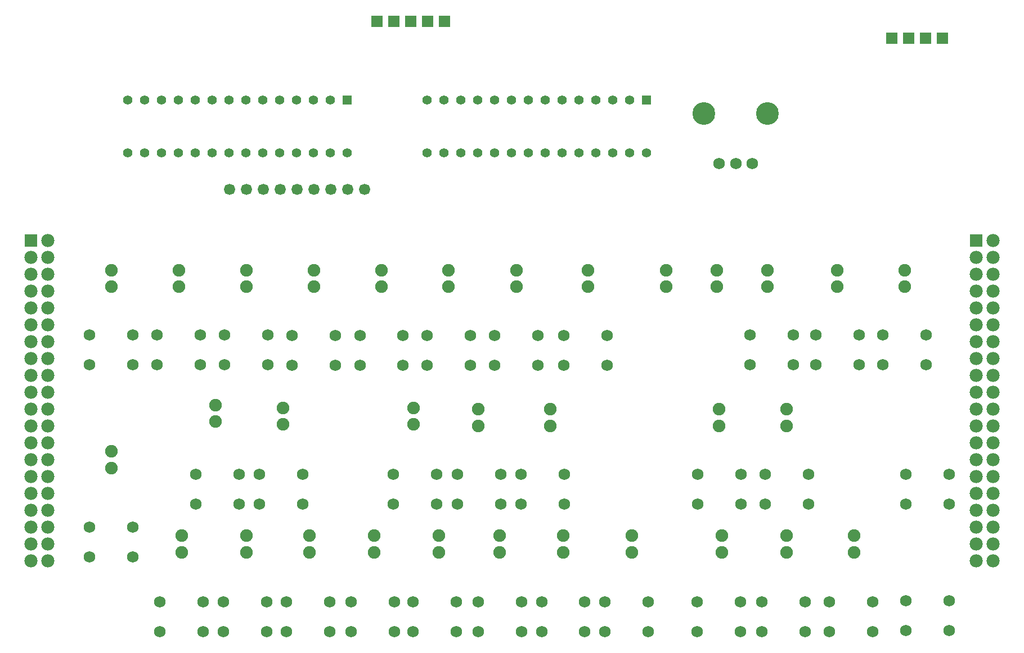
<source format=gbr>
G04 DesignSpark PCB Gerber Version 9.0 Build 5138 *
%FSLAX35Y35*%
%MOIN*%
%ADD25R,0.05563X0.05563*%
%ADD77R,0.07000X0.07000*%
%ADD78R,0.07791X0.07791*%
%ADD26C,0.05563*%
%ADD29C,0.06634*%
%ADD27C,0.06906*%
%ADD28C,0.07496*%
%ADD79C,0.07791*%
%ADD74C,0.13457*%
X0Y0D02*
D02*
D25*
X197881Y333726D03*
X375163D03*
D02*
D26*
X67881Y302474D03*
Y333726D03*
X77881Y302474D03*
Y333726D03*
X87881Y302474D03*
Y333726D03*
X97881Y302474D03*
Y333726D03*
X107881Y302474D03*
Y333726D03*
X117881Y302474D03*
Y333726D03*
X127881Y302474D03*
Y333726D03*
X137881Y302474D03*
Y333726D03*
X147881Y302474D03*
Y333726D03*
X157881Y302474D03*
Y333726D03*
X167881Y302474D03*
Y333726D03*
X177881Y302474D03*
Y333726D03*
X187881Y302474D03*
Y333726D03*
X197881Y302474D03*
X245163D03*
Y333726D03*
X255163Y302474D03*
Y333726D03*
X265163Y302474D03*
Y333726D03*
X275163Y302474D03*
Y333726D03*
X285163Y302474D03*
Y333726D03*
X295163Y302474D03*
Y333726D03*
X305163Y302474D03*
Y333726D03*
X315163Y302474D03*
Y333726D03*
X325163Y302474D03*
Y333726D03*
X335163Y302474D03*
Y333726D03*
X345163Y302474D03*
Y333726D03*
X355163Y302474D03*
Y333726D03*
X365163Y302474D03*
Y333726D03*
X375163Y302474D03*
D02*
D27*
X45305Y62864D03*
Y80580D03*
Y176742D03*
Y194458D03*
X70895Y62864D03*
Y80580D03*
Y176742D03*
Y194458D03*
X85305Y176742D03*
Y194458D03*
X87057Y18553D03*
Y36269D03*
X108369Y94242D03*
Y111958D03*
X110895Y176742D03*
Y194458D03*
X112647Y18553D03*
Y36269D03*
X124557Y18553D03*
Y36269D03*
X125305Y176742D03*
Y194458D03*
X133960Y94242D03*
Y111958D03*
X145869Y94242D03*
Y111958D03*
X150147Y18553D03*
Y36269D03*
X150895Y176742D03*
Y194458D03*
X162057Y18553D03*
Y36269D03*
X165305Y176566D03*
Y194283D03*
X171460Y94242D03*
Y111958D03*
X187647Y18553D03*
Y36269D03*
X190895Y176566D03*
Y194283D03*
X200305Y18553D03*
Y36269D03*
X205430Y176566D03*
Y194283D03*
X225305Y94242D03*
Y111958D03*
X225895Y18553D03*
Y36269D03*
X231020Y176566D03*
Y194283D03*
X237057Y18553D03*
Y36269D03*
X245305Y176566D03*
Y194283D03*
X250895Y94242D03*
Y111958D03*
X262647Y18553D03*
Y36269D03*
X263369Y94242D03*
Y111958D03*
X270895Y176566D03*
Y194283D03*
X275600Y18553D03*
Y36269D03*
X285305Y176525D03*
Y194242D03*
X288960Y94242D03*
Y111958D03*
X300869Y94242D03*
Y111958D03*
X301191Y18553D03*
Y36269D03*
X310895Y176525D03*
Y194242D03*
X313100Y18553D03*
Y36269D03*
X326335Y176566D03*
Y194283D03*
X326460Y94242D03*
Y111958D03*
X338691Y18553D03*
Y36269D03*
X350600Y18553D03*
Y36269D03*
X351925Y176566D03*
Y194283D03*
X376191Y18553D03*
Y36269D03*
X405305Y18553D03*
Y36269D03*
X405600Y94242D03*
Y111958D03*
X418257Y296348D03*
X428100D03*
X430895Y18553D03*
Y36269D03*
X431191Y94242D03*
Y111958D03*
X436617Y176742D03*
Y194458D03*
X437943Y296348D03*
X443553Y18553D03*
Y36269D03*
X445600Y94242D03*
Y111958D03*
X462208Y176742D03*
Y194458D03*
X469143Y18553D03*
Y36269D03*
X471191Y94242D03*
Y111958D03*
X475600Y176742D03*
Y194458D03*
X483553Y18553D03*
Y36269D03*
X501191Y176742D03*
Y194458D03*
X509143Y18553D03*
Y36269D03*
X515305Y176742D03*
Y194458D03*
X528848Y19242D03*
Y36958D03*
Y94242D03*
Y111958D03*
X540895Y176742D03*
Y194458D03*
X554439Y19242D03*
Y36958D03*
Y94242D03*
Y111958D03*
D02*
D28*
X58100Y115679D03*
Y125521D03*
Y223179D03*
Y233021D03*
X98100Y223179D03*
Y233021D03*
X99852Y65679D03*
Y75521D03*
X119852Y143179D03*
Y153021D03*
X138100Y65679D03*
Y75521D03*
Y223179D03*
Y233021D03*
X159852Y141409D03*
Y151251D03*
X175600Y65679D03*
Y75521D03*
X178100Y223179D03*
Y233021D03*
X213848Y65679D03*
Y75521D03*
X218100Y223179D03*
Y233021D03*
X237352Y141409D03*
Y151251D03*
X252352Y65679D03*
Y75521D03*
X257975Y223179D03*
Y233021D03*
X275600Y140679D03*
Y150521D03*
X288395Y65679D03*
Y75521D03*
X298100Y223179D03*
Y233021D03*
X318100Y140679D03*
Y150521D03*
X325895Y65679D03*
Y75521D03*
X340600Y223179D03*
Y233021D03*
X366643Y65679D03*
Y75521D03*
X386913Y223179D03*
Y233021D03*
X416913Y223179D03*
Y233021D03*
X418100Y140679D03*
Y150521D03*
X419852Y65679D03*
Y75521D03*
X446913Y223179D03*
Y233021D03*
X458100Y65679D03*
Y75521D03*
Y140679D03*
Y150521D03*
X488395Y223179D03*
Y233021D03*
X498100Y65679D03*
Y75521D03*
X528100Y223179D03*
Y233021D03*
D02*
D29*
X128100Y281037D03*
X138100D03*
X148100D03*
X158100D03*
X168100D03*
X178100D03*
X188100D03*
X198100D03*
X208100D03*
D02*
D74*
X409399Y325876D03*
X446801D03*
D02*
D77*
X215600Y380600D03*
X225600D03*
X235600D03*
X245600D03*
X255600D03*
X520600Y370600D03*
X530600D03*
X540600D03*
X550600D03*
D02*
D78*
X10600Y250600D03*
X570600D03*
D02*
D79*
X10600Y60600D03*
Y70600D03*
Y80600D03*
Y90600D03*
Y100600D03*
Y110600D03*
Y120600D03*
Y130600D03*
Y140600D03*
Y150600D03*
Y160600D03*
Y170600D03*
Y180600D03*
Y190600D03*
Y200600D03*
Y210600D03*
Y220600D03*
Y230600D03*
Y240600D03*
X20600Y60600D03*
Y70600D03*
Y80600D03*
Y90600D03*
Y100600D03*
Y110600D03*
Y120600D03*
Y130600D03*
Y140600D03*
Y150600D03*
Y160600D03*
Y170600D03*
Y180600D03*
Y190600D03*
Y200600D03*
Y210600D03*
Y220600D03*
Y230600D03*
Y240600D03*
Y250600D03*
X570600Y60600D03*
Y70600D03*
Y80600D03*
Y90600D03*
Y100600D03*
Y110600D03*
Y120600D03*
Y130600D03*
Y140600D03*
Y150600D03*
Y160600D03*
Y170600D03*
Y180600D03*
Y190600D03*
Y200600D03*
Y210600D03*
Y220600D03*
Y230600D03*
Y240600D03*
X580600Y60600D03*
Y70600D03*
Y80600D03*
Y90600D03*
Y100600D03*
Y110600D03*
Y120600D03*
Y130600D03*
Y140600D03*
Y150600D03*
Y160600D03*
Y170600D03*
Y180600D03*
Y190600D03*
Y200600D03*
Y210600D03*
Y220600D03*
Y230600D03*
Y240600D03*
Y250600D03*
X0Y0D02*
M02*

</source>
